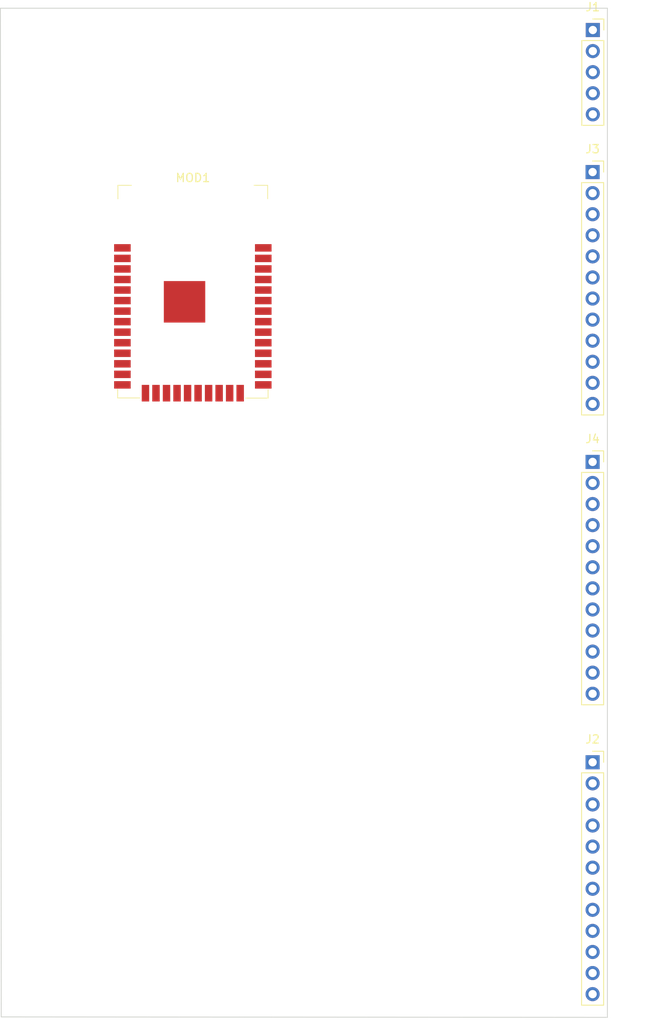
<source format=kicad_pcb>
(kicad_pcb (version 20221018) (generator pcbnew)
  (layers (0 "F.Cu" signal) (31 "B.Cu" signal) (34 "B.Paste" user) (35 "F.Paste" user) (36 "B.SilkS" user "B.Silkscreen") (37 "F.SilkS" user "F.Silkscreen") (38 "B.Mask" user) (39 "F.Mask" user) (44 "Edge.Cuts" user))
  (net 0 "")
  (net 1 "GND")
  (net 6 "SCLK")
  (net 7 "MOSI")
  (net 8 "MISO")
  (net 11 "v+")
  (net 37 "SS1")
  (net 38 "SS2")
  (net 39 "SS3")
  (net 40 "SS4")
  (net 41 "SS5")
  (net 42 "SS6")
  (net 43 "SS7")
  (net 44 "SS8")
  (net 45 "SS9")
  (net 46 "SS10")
  (net 47 "SS11")
  (net 48 "SS12")
  (net 49 "SS13")
  (net 50 "SS14")
  (net 51 "SS15")
  (net 52 "SS16")
  (net 53 "SS17")
  (net 54 "SS18")
  (net 55 "SS19")
  (net 56 "SS20")
  (net 57 "SS21")
  (net 58 "SS22")
  (net 59 "SS23")
  (net 60 "SS24")
  (footprint "Own_Library:Hirose_MDF7-05S-2.54DSA(55)" (layer "F.Cu") (at -201.63 -312.15)
    (fp_text reference "J1" (at 0 -2.77) (layer "F.SilkS"))
    (fp_text value "Conn_01x05_Socket")
    (fp_line (start -1.33 1.27) (end -1.33 11.49) (stroke (width 0.12)) (layer "F.SilkS"))
    (fp_line (start -1.33 1.27) (end 1.33 1.27) (stroke (width 0.12)) (layer "F.SilkS"))
    (fp_line (start -1.33 11.49) (end 1.33 11.49) (stroke (width 0.12)) (layer "F.SilkS"))
    (fp_line (start 0 -1.33) (end 1.33 -1.33) (stroke (width 0.12)) (layer "F.SilkS"))
    (fp_line (start 1.33 -1.33) (end 1.33 0) (stroke (width 0.12)) (layer "F.SilkS"))
    (fp_line (start 1.33 1.27) (end 1.33 11.49) (stroke (width 0.12)) (layer "F.SilkS"))
    (pad "1" thru_hole rect (at 0 0) (size 1.7 1.7) (drill 1) (layers "*.Cu" "*.Mask") (net 11 "v+"))
    (pad "2" thru_hole oval (at 0 2.54) (size 1.7 1.7) (drill 1) (layers "*.Cu" "*.Mask") (net 6 "SCLK"))
    (pad "3" thru_hole oval (at 0 5.08) (size 1.7 1.7) (drill 1) (layers "*.Cu" "*.Mask") (net 7 "MOSI"))
    (pad "4" thru_hole oval (at 0 7.62) (size 1.7 1.7) (drill 1) (layers "*.Cu" "*.Mask") (net 1 "GND"))
    (pad "5" thru_hole oval (at 0 10.16) (size 1.7 1.7) (drill 1) (layers "*.Cu" "*.Mask") (net 8 "MISO"))
  )
  (footprint "Own_Library:Hirose_MDF7-12S-2.54DSA(55)" (layer "F.Cu") (at -201.655 -223.915)
    (fp_text reference "J2" (at 0 -2.77) (layer "F.SilkS"))
    (fp_text value "Conn_01x12_Socket")
    (fp_line (start -1.33 1.27) (end -1.33 29.27) (stroke (width 0.12)) (layer "F.SilkS"))
    (fp_line (start -1.33 1.27) (end 1.33 1.27) (stroke (width 0.12)) (layer "F.SilkS"))
    (fp_line (start -1.33 29.27) (end 1.33 29.27) (stroke (width 0.12)) (layer "F.SilkS"))
    (fp_line (start 0 -1.33) (end 1.33 -1.33) (stroke (width 0.12)) (layer "F.SilkS"))
    (fp_line (start 1.33 -1.33) (end 1.33 0) (stroke (width 0.12)) (layer "F.SilkS"))
    (fp_line (start 1.33 1.27) (end 1.33 29.27) (stroke (width 0.12)) (layer "F.SilkS"))
    (pad "1" thru_hole rect (at 0 0) (size 1.7 1.7) (drill 1) (layers "*.Cu" "*.Mask") (net 37 "SS1"))
    (pad "2" thru_hole oval (at 0 2.54) (size 1.7 1.7) (drill 1) (layers "*.Cu" "*.Mask") (net 1 "GND"))
    (pad "3" thru_hole oval (at 0 5.08) (size 1.7 1.7) (drill 1) (layers "*.Cu" "*.Mask") (net 38 "SS2"))
    (pad "4" thru_hole oval (at 0 7.62) (size 1.7 1.7) (drill 1) (layers "*.Cu" "*.Mask") (net 39 "SS3"))
    (pad "5" thru_hole oval (at 0 10.16) (size 1.7 1.7) (drill 1) (layers "*.Cu" "*.Mask") (net 1 "GND"))
    (pad "6" thru_hole oval (at 0 12.7) (size 1.7 1.7) (drill 1) (layers "*.Cu" "*.Mask") (net 40 "SS4"))
    (pad "7" thru_hole oval (at 0 15.24) (size 1.7 1.7) (drill 1) (layers "*.Cu" "*.Mask") (net 41 "SS5"))
    (pad "8" thru_hole oval (at 0 17.78) (size 1.7 1.7) (drill 1) (layers "*.Cu" "*.Mask") (net 1 "GND"))
    (pad "9" thru_hole oval (at 0 20.32) (size 1.7 1.7) (drill 1) (layers "*.Cu" "*.Mask") (net 42 "SS6"))
    (pad "10" thru_hole oval (at 0 22.86) (size 1.7 1.7) (drill 1) (layers "*.Cu" "*.Mask") (net 43 "SS7"))
    (pad "11" thru_hole oval (at 0 25.4) (size 1.7 1.7) (drill 1) (layers "*.Cu" "*.Mask") (net 1 "GND"))
    (pad "12" thru_hole oval (at 0 27.94) (size 1.7 1.7) (drill 1) (layers "*.Cu" "*.Mask") (net 44 "SS8"))
  )
  (footprint "digikey-footprints:ESP32-WROOM-32D" (layer "F.Cu") (at -249.9 -277.645)
    (fp_text reference "MOD1" (at 0.01 -16.69) (layer "F.SilkS"))
    (fp_text value "ESP32-WROOM-32")
    (fp_line (start -9.07 8.78) (end -9.07 9.83) (stroke (width 0.1)) (layer "F.SilkS"))
    (fp_line (start -9.07 9.83) (end -6.42 9.83) (stroke (width 0.1)) (layer "F.SilkS"))
    (fp_line (start -9.04 -15.79) (end -7.41 -15.79) (stroke (width 0.1)) (layer "F.SilkS"))
    (fp_line (start -9.04 -14.16) (end -9.04 -15.79) (stroke (width 0.1)) (layer "F.SilkS"))
    (fp_line (start 9.03 -15.79) (end 7.39 -15.79) (stroke (width 0.1)) (layer "F.SilkS"))
    (fp_line (start 9.03 -14.17) (end 9.03 -15.79) (stroke (width 0.1)) (layer "F.SilkS"))
    (fp_line (start 9.08 8.81) (end 9.08 9.85) (stroke (width 0.1)) (layer "F.SilkS"))
    (fp_line (start 9.08 9.85) (end 6.38 9.85) (stroke (width 0.1)) (layer "F.SilkS"))
    (pad "1" smd rect (at -8.5 -8.255) (size 2 0.9) (layers "F.Cu" "F.Paste" "F.Mask") (net 1 "GND"))
    (pad "2" smd rect (at -8.5 -6.985) (size 2 0.9) (layers "F.Cu" "F.Paste" "F.Mask") (net 11 "v+"))
    (pad "3" smd rect (at -8.5 -5.715) (size 2 0.9) (layers "F.Cu" "F.Paste" "F.Mask"))
    (pad "4" smd rect (at -8.5 -4.445) (size 2 0.9) (layers "F.Cu" "F.Paste" "F.Mask"))
    (pad "5" smd rect (at -8.5 -3.175) (size 2 0.9) (layers "F.Cu" "F.Paste" "F.Mask"))
    (pad "6" smd rect (at -8.5 -1.905) (size 2 0.9) (layers "F.Cu" "F.Paste" "F.Mask"))
    (pad "7" smd rect (at -8.5 -0.635) (size 2 0.9) (layers "F.Cu" "F.Paste" "F.Mask"))
    (pad "8" smd rect (at -8.5 0.635) (size 2 0.9) (layers "F.Cu" "F.Paste" "F.Mask"))
    (pad "9" smd rect (at -8.5 1.905) (size 2 0.9) (layers "F.Cu" "F.Paste" "F.Mask"))
    (pad "10" smd rect (at -8.5 3.175) (size 2 0.9) (layers "F.Cu" "F.Paste" "F.Mask"))
    (pad "11" smd rect (at -8.5 4.445) (size 2 0.9) (layers "F.Cu" "F.Paste" "F.Mask"))
    (pad "12" smd rect (at -8.5 5.715) (size 2 0.9) (layers "F.Cu" "F.Paste" "F.Mask"))
    (pad "13" smd rect (at -8.5 6.985) (size 2 0.9) (layers "F.Cu" "F.Paste" "F.Mask"))
    (pad "14" smd rect (at -8.5 8.255) (size 2 0.9) (layers "F.Cu" "F.Paste" "F.Mask"))
    (pad "15" smd rect (at -5.715 9.255 90) (size 2 0.9) (layers "F.Cu" "F.Paste" "F.Mask") (net 1 "GND"))
    (pad "16" smd rect (at -4.445 9.255 90) (size 2 0.9) (layers "F.Cu" "F.Paste" "F.Mask"))
    (pad "17" smd rect (at -3.175 9.255 90) (size 2 0.9) (layers "F.Cu" "F.Paste" "F.Mask"))
    (pad "18" smd rect (at -1.905 9.255 90) (size 2 0.9) (layers "F.Cu" "F.Paste" "F.Mask"))
    (pad "19" smd rect (at -0.635 9.255 90) (size 2 0.9) (layers "F.Cu" "F.Paste" "F.Mask"))
    (pad "20" smd rect (at 0.635 9.255 90) (size 2 0.9) (layers "F.Cu" "F.Paste" "F.Mask") (net 6 "SCLK"))
    (pad "21" smd rect (at 1.905 9.255 90) (size 2 0.9) (layers "F.Cu" "F.Paste" "F.Mask") (net 7 "MOSI"))
    (pad "22" smd rect (at 3.175 9.255 90) (size 2 0.9) (layers "F.Cu" "F.Paste" "F.Mask") (net 8 "MISO"))
    (pad "23" smd rect (at 4.445 9.255 90) (size 2 0.9) (layers "F.Cu" "F.Paste" "F.Mask"))
    (pad "24" smd rect (at 5.715 9.255 90) (size 2 0.9) (layers "F.Cu" "F.Paste" "F.Mask"))
    (pad "25" smd rect (at 8.5 8.255) (size 2 0.9) (layers "F.Cu" "F.Paste" "F.Mask"))
    (pad "26" smd rect (at 8.5 6.985) (size 2 0.9) (layers "F.Cu" "F.Paste" "F.Mask"))
    (pad "27" smd rect (at 8.5 5.715) (size 2 0.9) (layers "F.Cu" "F.Paste" "F.Mask"))
    (pad "28" smd rect (at 8.5 4.445) (size 2 0.9) (layers "F.Cu" "F.Paste" "F.Mask"))
    (pad "29" smd rect (at 8.5 3.175) (size 2 0.9) (layers "F.Cu" "F.Paste" "F.Mask"))
    (pad "30" smd rect (at 8.5 1.905) (size 2 0.9) (layers "F.Cu" "F.Paste" "F.Mask"))
    (pad "31" smd rect (at 8.5 0.635) (size 2 0.9) (layers "F.Cu" "F.Paste" "F.Mask"))
    (pad "32" smd rect (at 8.5 -0.635) (size 2 0.9) (layers "F.Cu" "F.Paste" "F.Mask"))
    (pad "33" smd rect (at 8.5 -1.905) (size 2 0.9) (layers "F.Cu" "F.Paste" "F.Mask"))
    (pad "34" smd rect (at 8.5 -3.175) (size 2 0.9) (layers "F.Cu" "F.Paste" "F.Mask"))
    (pad "35" smd rect (at 8.5 -4.445) (size 2 0.9) (layers "F.Cu" "F.Paste" "F.Mask"))
    (pad "36" smd rect (at 8.5 -5.715) (size 2 0.9) (layers "F.Cu" "F.Paste" "F.Mask"))
    (pad "37" smd rect (at 8.5 -6.985) (size 2 0.9) (layers "F.Cu" "F.Paste" "F.Mask"))
    (pad "38" smd rect (at 8.5 -8.255) (size 2 0.9) (layers "F.Cu" "F.Paste" "F.Mask") (net 1 "GND"))
    (pad "39" smd rect (at -1 -1.755) (size 5 5) (layers "F.Cu" "F.Paste" "F.Mask") (net 1 "GND"))
  )
  (footprint "Own_Library:Hirose_MDF7-12S-2.54DSA(55)" (layer "F.Cu") (at -201.655 -295.035)
    (fp_text reference "J3" (at 0 -2.77) (layer "F.SilkS"))
    (fp_text value "Conn_01x12_Socket")
    (fp_line (start -1.33 1.27) (end -1.33 29.27) (stroke (width 0.12)) (layer "F.SilkS"))
    (fp_line (start -1.33 1.27) (end 1.33 1.27) (stroke (width 0.12)) (layer "F.SilkS"))
    (fp_line (start -1.33 29.27) (end 1.33 29.27) (stroke (width 0.12)) (layer "F.SilkS"))
    (fp_line (start 0 -1.33) (end 1.33 -1.33) (stroke (width 0.12)) (layer "F.SilkS"))
    (fp_line (start 1.33 -1.33) (end 1.33 0) (stroke (width 0.12)) (layer "F.SilkS"))
    (fp_line (start 1.33 1.27) (end 1.33 29.27) (stroke (width 0.12)) (layer "F.SilkS"))
    (pad "1" thru_hole rect (at 0 0) (size 1.7 1.7) (drill 1) (layers "*.Cu" "*.Mask") (net 45 "SS9"))
    (pad "2" thru_hole oval (at 0 2.54) (size 1.7 1.7) (drill 1) (layers "*.Cu" "*.Mask") (net 1 "GND"))
    (pad "3" thru_hole oval (at 0 5.08) (size 1.7 1.7) (drill 1) (layers "*.Cu" "*.Mask") (net 46 "SS10"))
    (pad "4" thru_hole oval (at 0 7.62) (size 1.7 1.7) (drill 1) (layers "*.Cu" "*.Mask") (net 47 "SS11"))
    (pad "5" thru_hole oval (at 0 10.16) (size 1.7 1.7) (drill 1) (layers "*.Cu" "*.Mask") (net 1 "GND"))
    (pad "6" thru_hole oval (at 0 12.7) (size 1.7 1.7) (drill 1) (layers "*.Cu" "*.Mask") (net 48 "SS12"))
    (pad "7" thru_hole oval (at 0 15.24) (size 1.7 1.7) (drill 1) (layers "*.Cu" "*.Mask") (net 49 "SS13"))
    (pad "8" thru_hole oval (at 0 17.78) (size 1.7 1.7) (drill 1) (layers "*.Cu" "*.Mask") (net 1 "GND"))
    (pad "9" thru_hole oval (at 0 20.32) (size 1.7 1.7) (drill 1) (layers "*.Cu" "*.Mask") (net 50 "SS14"))
    (pad "10" thru_hole oval (at 0 22.86) (size 1.7 1.7) (drill 1) (layers "*.Cu" "*.Mask") (net 51 "SS15"))
    (pad "11" thru_hole oval (at 0 25.4) (size 1.7 1.7) (drill 1) (layers "*.Cu" "*.Mask") (net 1 "GND"))
    (pad "12" thru_hole oval (at 0 27.94) (size 1.7 1.7) (drill 1) (layers "*.Cu" "*.Mask") (net 52 "SS16"))
  )
  (footprint "Own_Library:Hirose_MDF7-12S-2.54DSA(55)" (layer "F.Cu") (at -201.655 -260.11)
    (fp_text reference "J4" (at 0 -2.77) (layer "F.SilkS"))
    (fp_text value "Conn_01x12_Socket")
    (fp_line (start -1.33 1.27) (end -1.33 29.27) (stroke (width 0.12)) (layer "F.SilkS"))
    (fp_line (start -1.33 1.27) (end 1.33 1.27) (stroke (width 0.12)) (layer "F.SilkS"))
    (fp_line (start -1.33 29.27) (end 1.33 29.27) (stroke (width 0.12)) (layer "F.SilkS"))
    (fp_line (start 0 -1.33) (end 1.33 -1.33) (stroke (width 0.12)) (layer "F.SilkS"))
    (fp_line (start 1.33 -1.33) (end 1.33 0) (stroke (width 0.12)) (layer "F.SilkS"))
    (fp_line (start 1.33 1.27) (end 1.33 29.27) (stroke (width 0.12)) (layer "F.SilkS"))
    (pad "1" thru_hole rect (at 0 0) (size 1.7 1.7) (drill 1) (layers "*.Cu" "*.Mask") (net 53 "SS17"))
    (pad "2" thru_hole oval (at 0 2.54) (size 1.7 1.7) (drill 1) (layers "*.Cu" "*.Mask") (net 1 "GND"))
    (pad "3" thru_hole oval (at 0 5.08) (size 1.7 1.7) (drill 1) (layers "*.Cu" "*.Mask") (net 54 "SS18"))
    (pad "4" thru_hole oval (at 0 7.62) (size 1.7 1.7) (drill 1) (layers "*.Cu" "*.Mask") (net 55 "SS19"))
    (pad "5" thru_hole oval (at 0 10.16) (size 1.7 1.7) (drill 1) (layers "*.Cu" "*.Mask") (net 1 "GND"))
    (pad "6" thru_hole oval (at 0 12.7) (size 1.7 1.7) (drill 1) (layers "*.Cu" "*.Mask") (net 56 "SS20"))
    (pad "7" thru_hole oval (at 0 15.24) (size 1.7 1.7) (drill 1) (layers "*.Cu" "*.Mask") (net 57 "SS21"))
    (pad "8" thru_hole oval (at 0 17.78) (size 1.7 1.7) (drill 1) (layers "*.Cu" "*.Mask") (net 1 "GND"))
    (pad "9" thru_hole oval (at 0 20.32) (size 1.7 1.7) (drill 1) (layers "*.Cu" "*.Mask") (net 58 "SS22"))
    (pad "10" thru_hole oval (at 0 22.86) (size 1.7 1.7) (drill 1) (layers "*.Cu" "*.Mask") (net 59 "SS23"))
    (pad "11" thru_hole oval (at 0 25.4) (size 1.7 1.7) (drill 1) (layers "*.Cu" "*.Mask") (net 1 "GND"))
    (pad "12" thru_hole oval (at 0 27.94) (size 1.7 1.7) (drill 1) (layers "*.Cu" "*.Mask") (net 60 "SS24"))
  )
  (gr_line (start -199.87 -314.78) (end -199.87 -193.18) (stroke (width 0.1)) (layer "Edge.Cuts"))
  (gr_line (start -199.87 -193.18) (end -273.02 -193.23) (stroke (width 0.1)) (layer "Edge.Cuts"))
  (gr_line (start -273.02 -193.23) (end -273.12 -314.78) (stroke (width 0.1)) (layer "Edge.Cuts"))
  (gr_line (start -273.12 -314.78) (end -199.87 -314.78) (stroke (width 0.1)) (layer "Edge.Cuts"))
)
</source>
